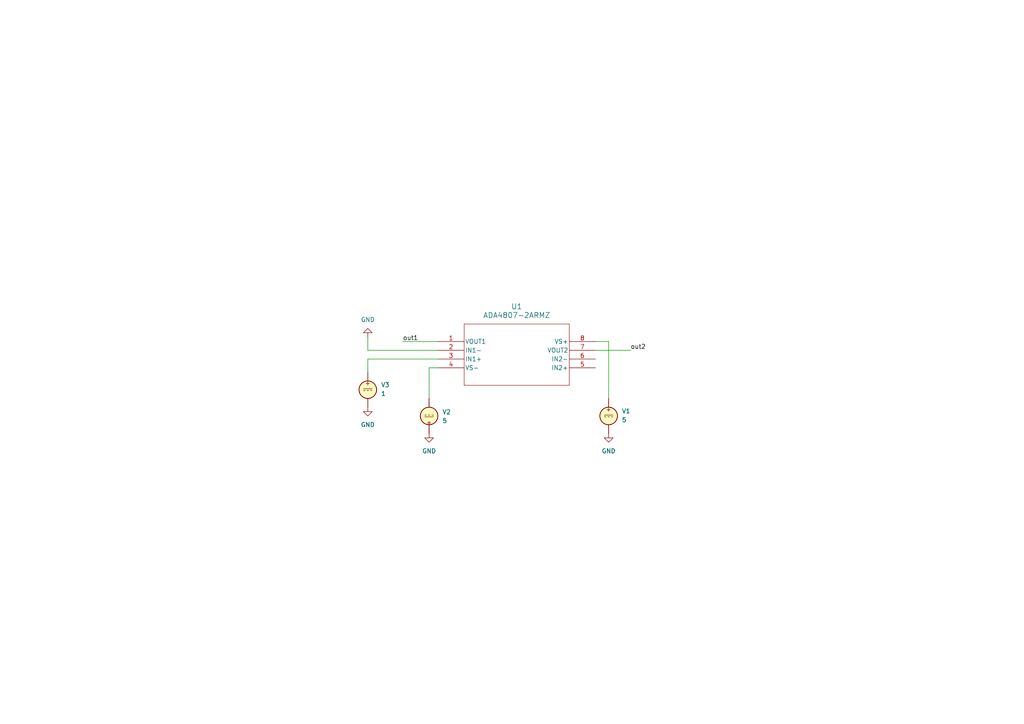
<source format=kicad_sch>
(kicad_sch (version 20231120) (generator "eeschema") (generator_version "8.0")
  (paper "A4")
  (lib_symbols
    (symbol "Opamp:ADA4807-2ARMZ" (pin_names (offset 0.254))
      (property "Reference" "U" (at 22.86 10.16 0))
      (property "Value" "ADA4807-2ARMZ" (at 22.86 7.62 0))
      (symbol "ADA4807-2ARMZ_0_1"
        (polyline (pts (xy 7.62 -12.7) (xy 38.1 -12.7)) (stroke (width 0.127)))
        (polyline (pts (xy 7.62 5.08) (xy 7.62 -12.7)) (stroke (width 0.127)))
        (polyline (pts (xy 38.1 -12.7) (xy 38.1 5.08)) (stroke (width 0.127)))
        (polyline (pts (xy 38.1 5.08) (xy 7.62 5.08)) (stroke (width 0.127)))
        (pin output line (at 0 0 0) (length 7.62) (name "VOUT1") (number "1"))
        (pin input line (at 0 -2.54 0) (length 7.62) (name "IN1-") (number "2"))
        (pin input line (at 0 -5.08 0) (length 7.62) (name "IN1+") (number "3"))
        (pin power_in line (at 0 -7.62 0) (length 7.62) (name "VS-") (number "4"))
        (pin input line (at 45.72 -7.62 180) (length 7.62) (name "IN2+") (number "5"))
        (pin input line (at 45.72 -5.08 180) (length 7.62) (name "IN2-") (number "6"))
        (pin output line (at 45.72 -2.54 180) (length 7.62) (name "VOUT2") (number "7"))
        (pin power_in line (at 45.72 0 180) (length 7.62) (name "VS+") (number "8"))
      )
    )
    (symbol "Simulation_SPICE:VDC" (pin_numbers hide) (pin_names (offset 0.0254))
      (property "Reference" "V" (at 2.54 2.54 0))
      (property "Value" "1" (at 2.54 0 0))
      (symbol "VDC_0_0"
        (polyline (pts (xy -1.27 0.254) (xy 1.27 0.254)))
        (polyline (pts (xy -0.762 -0.254) (xy -1.27 -0.254)))
        (polyline (pts (xy 0.254 -0.254) (xy -0.254 -0.254)))
        (polyline (pts (xy 1.27 -0.254) (xy 0.762 -0.254)))
        (text "+" (at 0 1.905 0) (effects (font (size 1.27 1.27))))
      )
      (symbol "VDC_0_1"
        (circle (center 0 0) (radius 2.54) (stroke (width 0.254)) (fill (type background)))
      )
      (symbol "VDC_1_1"
        (pin passive line (at 0 5.08 270) (length 2.54) (name "~") (number "1"))
        (pin passive line (at 0 -5.08 90) (length 2.54) (name "~") (number "2"))
      )
    )
    (symbol "power:GND" (power) (pin_numbers hide) (pin_names (offset 0) hide)
      (property "Value" "GND" (at 0 -3.81 0))
      (symbol "GND_0_1"
        (polyline (pts (xy 0 0) (xy 0 -1.27) (xy 1.27 -1.27) (xy 0 -2.54) (xy -1.27 -1.27) (xy 0 -1.27)))
      )
      (symbol "GND_1_1"
        (pin power_in line (at 0 0 270) (length 0) (name "~") (number "1"))
      )
    )
  )
  (wire (pts (xy 124.46 115.57) (xy 124.46 106.68)))
  (wire (pts (xy 124.46 106.68) (xy 127 106.68)))
  (wire (pts (xy 127 101.6) (xy 106.68 101.6)))
  (wire (pts (xy 127 104.14) (xy 106.68 104.14)))
  (wire (pts (xy 116.84 99.06) (xy 127 99.06)))
  (wire (pts (xy 176.53 115.57) (xy 176.53 99.06)))
  (wire (pts (xy 176.53 99.06) (xy 172.72 99.06)))
  (wire (pts (xy 106.68 97.79) (xy 106.68 101.6)))
  (wire (pts (xy 106.68 104.14) (xy 106.68 107.95)))
  (wire (pts (xy 172.72 101.6) (xy 182.88 101.6)))
  (label "out1" (at 116.84 99.06 0))
  (label "out2" (at 182.88 101.6 0))
  (symbol (lib_id "power:GND") (at 106.68 118.11 0) (unit 1)
    (property "Reference" "#PWR04" (effects (hide yes)))
    (property "Value" "GND" (at 106.68 123.19 0))
    (property "Description" "Power symbol creates a global label with name \"GND\" , ground" (effects (hide yes)))
  )
  (symbol (lib_id "Simulation_SPICE:VDC") (at 176.53 120.65 0) (unit 1)
    (property "Reference" "V1" (at 180.34 119.2501 0) (effects (justify left)))
    (property "Value" "5" (at 180.34 121.7901 0) (effects (justify left)))
    (property "Datasheet" "https://ngspice.sourceforge.io/docs/ngspice-html-manual/manual.xhtml#sec_Independent_Sources_for" (effects (hide yes)))
    (property "Description" "Voltage source, DC" (effects (hide yes)))
    (property "Sim.Pins" "1=+ 2=-" (effects (hide yes)))
    (property "Sim.Type" "DC" (effects (hide yes)))
    (property "Sim.Device" "V" (effects (hide yes)))
  )
  (symbol (lib_id "Simulation_SPICE:VDC") (at 124.46 120.65 180) (unit 1)
    (property "Reference" "V2" (at 128.27 119.5097 0) (effects (justify right)))
    (property "Value" "5" (at 128.27 122.0497 0) (effects (justify right)))
    (property "Datasheet" "https://ngspice.sourceforge.io/docs/ngspice-html-manual/manual.xhtml#sec_Independent_Sources_for" (effects (hide yes)))
    (property "Description" "Voltage source, DC" (effects (hide yes)))
    (property "Sim.Pins" "1=+ 2=-" (effects (hide yes)))
    (property "Sim.Type" "DC" (effects (hide yes)))
    (property "Sim.Device" "V" (effects (hide yes)))
  )
  (symbol (lib_id "power:GND") (at 106.68 97.79 180) (unit 1)
    (property "Reference" "#PWR03" (effects (hide yes)))
    (property "Value" "GND" (at 106.68 92.71 0))
    (property "Description" "Power symbol creates a global label with name \"GND\" , ground" (effects (hide yes)))
  )
  (symbol (lib_id "Simulation_SPICE:VDC") (at 106.68 113.03 0) (unit 1)
    (property "Reference" "V3" (at 110.49 111.6301 0) (effects (justify left)))
    (property "Value" "1" (at 110.49 114.1701 0) (effects (justify left)))
    (property "Datasheet" "https://ngspice.sourceforge.io/docs/ngspice-html-manual/manual.xhtml#sec_Independent_Sources_for" (effects (hide yes)))
    (property "Description" "Voltage source, DC" (effects (hide yes)))
    (property "Sim.Pins" "1=+ 2=-" (effects (hide yes)))
    (property "Sim.Type" "DC" (effects (hide yes)))
    (property "Sim.Device" "V" (effects (hide yes)))
  )
  (symbol (lib_id "power:GND") (at 124.46 125.73 0) (unit 1)
    (property "Reference" "#PWR01" (effects (hide yes)))
    (property "Value" "GND" (at 124.46 130.81 0))
    (property "Description" "Power symbol creates a global label with name \"GND\" , ground" (effects (hide yes)))
  )
  (symbol (lib_id "Opamp:ADA4807-2ARMZ") (at 127 99.06 0) (unit 1)
    (property "Reference" "U1" (at 149.86 88.9 0) (effects (font (size 1.524 1.524))))
    (property "Value" "ADA4807-2ARMZ" (at 149.86 91.44 0) (effects (font (size 1.524 1.524))))
    (property "Footprint" "RM-8_ADI" (effects (hide yes)))
    (property "Datasheet" "ADA4807-2ARMZ" (effects (hide yes)))
    (property "Sim.Library" "/home/maxwell/Desktop/ee699/sp-24-EE628/6_Test/2_PCB/test_board_1/TestBoardEDA/models/ADA4807-2.cir" (effects (hide yes)))
    (property "Sim.Name" "ADA4807" (effects (hide yes)))
    (property "Sim.Device" "SUBCKT" (effects (hide yes)))
    (property "Sim.Pins" "1=104 3=100 4=103 8=102" (effects (hide yes)))
  )
  (symbol (lib_id "power:GND") (at 176.53 125.73 0) (unit 1)
    (property "Reference" "#PWR02" (effects (hide yes)))
    (property "Value" "GND" (at 176.53 130.81 0))
    (property "Description" "Power symbol creates a global label with name \"GND\" , ground" (effects (hide yes)))
  )
)
</source>
